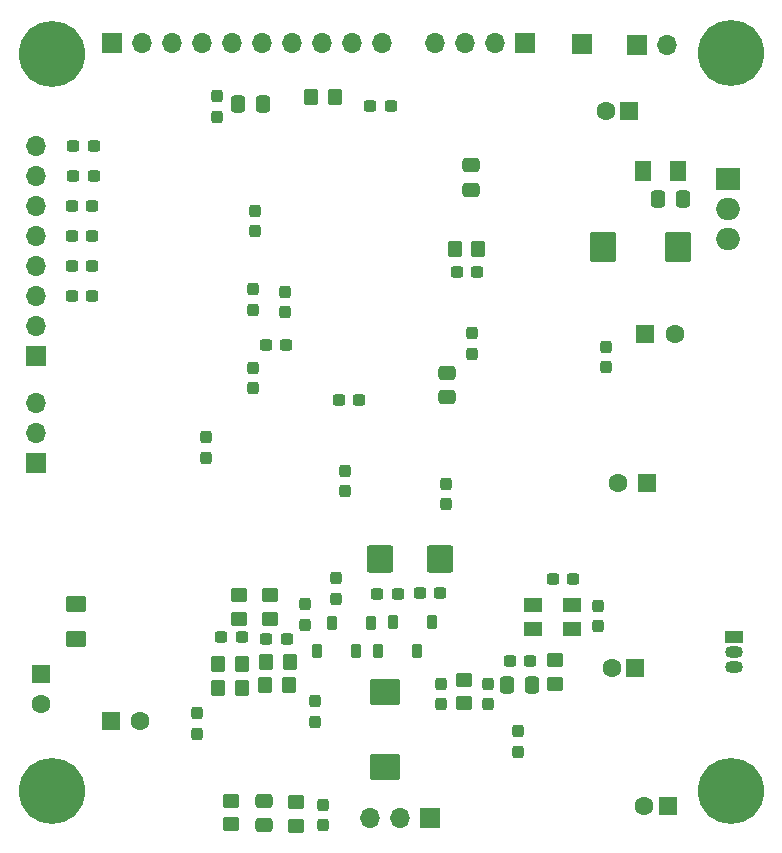
<source format=gbs>
G04 #@! TF.GenerationSoftware,KiCad,Pcbnew,7.0.2*
G04 #@! TF.CreationDate,2023-11-03T22:13:06+01:00*
G04 #@! TF.ProjectId,stm_audio_board_V2,73746d5f-6175-4646-996f-5f626f617264,rev?*
G04 #@! TF.SameCoordinates,Original*
G04 #@! TF.FileFunction,Soldermask,Bot*
G04 #@! TF.FilePolarity,Negative*
%FSLAX46Y46*%
G04 Gerber Fmt 4.6, Leading zero omitted, Abs format (unit mm)*
G04 Created by KiCad (PCBNEW 7.0.2) date 2023-11-03 22:13:06*
%MOMM*%
%LPD*%
G01*
G04 APERTURE LIST*
G04 Aperture macros list*
%AMRoundRect*
0 Rectangle with rounded corners*
0 $1 Rounding radius*
0 $2 $3 $4 $5 $6 $7 $8 $9 X,Y pos of 4 corners*
0 Add a 4 corners polygon primitive as box body*
4,1,4,$2,$3,$4,$5,$6,$7,$8,$9,$2,$3,0*
0 Add four circle primitives for the rounded corners*
1,1,$1+$1,$2,$3*
1,1,$1+$1,$4,$5*
1,1,$1+$1,$6,$7*
1,1,$1+$1,$8,$9*
0 Add four rect primitives between the rounded corners*
20,1,$1+$1,$2,$3,$4,$5,0*
20,1,$1+$1,$4,$5,$6,$7,0*
20,1,$1+$1,$6,$7,$8,$9,0*
20,1,$1+$1,$8,$9,$2,$3,0*%
G04 Aperture macros list end*
%ADD10RoundRect,0.225000X-0.225000X-0.375000X0.225000X-0.375000X0.225000X0.375000X-0.225000X0.375000X0*%
%ADD11C,5.600000*%
%ADD12R,2.000000X1.905000*%
%ADD13O,2.000000X1.905000*%
%ADD14R,1.500000X1.050000*%
%ADD15O,1.500000X1.050000*%
%ADD16R,1.700000X1.700000*%
%ADD17O,1.700000X1.700000*%
%ADD18RoundRect,0.237500X0.237500X-0.300000X0.237500X0.300000X-0.237500X0.300000X-0.237500X-0.300000X0*%
%ADD19RoundRect,0.237500X-0.237500X0.300000X-0.237500X-0.300000X0.237500X-0.300000X0.237500X0.300000X0*%
%ADD20RoundRect,0.237500X-0.300000X-0.237500X0.300000X-0.237500X0.300000X0.237500X-0.300000X0.237500X0*%
%ADD21RoundRect,0.250000X0.337500X0.475000X-0.337500X0.475000X-0.337500X-0.475000X0.337500X-0.475000X0*%
%ADD22R,1.600000X1.600000*%
%ADD23C,1.600000*%
%ADD24RoundRect,0.250000X0.350000X0.450000X-0.350000X0.450000X-0.350000X-0.450000X0.350000X-0.450000X0*%
%ADD25R,1.600000X1.300000*%
%ADD26RoundRect,0.237500X0.300000X0.237500X-0.300000X0.237500X-0.300000X-0.237500X0.300000X-0.237500X0*%
%ADD27RoundRect,0.250001X-0.462499X-0.624999X0.462499X-0.624999X0.462499X0.624999X-0.462499X0.624999X0*%
%ADD28RoundRect,0.250000X-0.450000X0.350000X-0.450000X-0.350000X0.450000X-0.350000X0.450000X0.350000X0*%
%ADD29RoundRect,0.250000X-1.025000X0.875000X-1.025000X-0.875000X1.025000X-0.875000X1.025000X0.875000X0*%
%ADD30RoundRect,0.250000X-0.350000X-0.450000X0.350000X-0.450000X0.350000X0.450000X-0.350000X0.450000X0*%
%ADD31RoundRect,0.250001X-0.624999X0.462499X-0.624999X-0.462499X0.624999X-0.462499X0.624999X0.462499X0*%
%ADD32RoundRect,0.250000X-0.475000X0.337500X-0.475000X-0.337500X0.475000X-0.337500X0.475000X0.337500X0*%
%ADD33RoundRect,0.250000X-0.875000X-0.925000X0.875000X-0.925000X0.875000X0.925000X-0.875000X0.925000X0*%
%ADD34RoundRect,0.250000X0.450000X-0.350000X0.450000X0.350000X-0.450000X0.350000X-0.450000X-0.350000X0*%
%ADD35RoundRect,0.250000X0.475000X-0.337500X0.475000X0.337500X-0.475000X0.337500X-0.475000X-0.337500X0*%
%ADD36RoundRect,0.250000X0.875000X1.025000X-0.875000X1.025000X-0.875000X-1.025000X0.875000X-1.025000X0*%
G04 APERTURE END LIST*
D10*
X214670000Y-98075000D03*
X211370000Y-98075000D03*
X219770000Y-98025000D03*
X216470000Y-98025000D03*
X210030000Y-100425000D03*
X213330000Y-100425000D03*
X215230000Y-100475000D03*
X218530000Y-100475000D03*
D11*
X245099000Y-112333000D03*
D12*
X244877000Y-60471000D03*
D13*
X244877000Y-63011000D03*
X244877000Y-65551000D03*
D14*
X245325000Y-99275000D03*
D15*
X245325000Y-100545000D03*
X245325000Y-101815000D03*
D16*
X232457000Y-49069000D03*
X192739000Y-48975000D03*
D17*
X195279000Y-48975000D03*
X197819000Y-48975000D03*
X200359000Y-48975000D03*
X202899000Y-48975000D03*
X205439000Y-48975000D03*
X207979000Y-48975000D03*
X210519000Y-48975000D03*
X213059000Y-48975000D03*
X215599000Y-48975000D03*
D11*
X187599000Y-49887000D03*
X245099000Y-49833000D03*
X187599000Y-112333000D03*
D16*
X186229000Y-84563000D03*
D17*
X186229000Y-82023000D03*
X186229000Y-79483000D03*
D16*
X186229000Y-75455000D03*
D17*
X186229000Y-72915000D03*
X186229000Y-70375000D03*
X186229000Y-67835000D03*
X186229000Y-65295000D03*
X186229000Y-62755000D03*
X186229000Y-60215000D03*
X186229000Y-57675000D03*
D16*
X237187000Y-49127000D03*
D17*
X239727000Y-49127000D03*
D16*
X227633000Y-48975000D03*
D17*
X225093000Y-48975000D03*
X222553000Y-48975000D03*
X220013000Y-48975000D03*
D16*
X219613000Y-114601000D03*
D17*
X217073000Y-114601000D03*
X214533000Y-114601000D03*
D18*
X227089000Y-108985500D03*
X227089000Y-107260500D03*
D19*
X220543000Y-103238524D03*
X220543000Y-104963524D03*
D20*
X189314500Y-67885000D03*
X191039500Y-67885000D03*
D19*
X200657000Y-82378500D03*
X200657000Y-84103500D03*
D21*
X241010500Y-62163000D03*
X238935500Y-62163000D03*
D22*
X236498241Y-54733000D03*
D23*
X234498241Y-54733000D03*
D24*
X203674999Y-103569000D03*
X201674999Y-103569000D03*
D25*
X228309000Y-96595000D03*
X231609000Y-96595000D03*
X231609000Y-98595000D03*
X228309000Y-98595000D03*
D26*
X223603500Y-68346334D03*
X221878500Y-68346334D03*
D27*
X237663500Y-59817000D03*
X240638500Y-59817000D03*
D28*
X206063664Y-95711000D03*
X206063664Y-97711000D03*
D24*
X203709665Y-101537000D03*
X201709665Y-101537000D03*
D22*
X192583000Y-106401759D03*
D23*
X195083000Y-106401759D03*
D20*
X201966500Y-99315004D03*
X203691500Y-99315004D03*
D26*
X213643500Y-79177000D03*
X211918500Y-79177000D03*
D22*
X186714241Y-102437000D03*
D23*
X186714241Y-104937000D03*
D20*
X189314500Y-70431000D03*
X191039500Y-70431000D03*
D18*
X234540000Y-76447500D03*
X234540000Y-74722500D03*
D29*
X215838976Y-103913000D03*
X215838976Y-110313000D03*
D22*
X237843000Y-73635759D03*
D23*
X240343000Y-73635759D03*
D28*
X222541000Y-102901024D03*
X222541000Y-104901024D03*
D26*
X216900000Y-95600000D03*
X215175000Y-95600000D03*
D30*
X205761661Y-101409000D03*
X207761661Y-101409000D03*
D31*
X189617000Y-96439500D03*
X189617000Y-99414500D03*
D32*
X223107400Y-59338300D03*
X223107400Y-61413300D03*
D18*
X204781000Y-64941500D03*
X204781000Y-63216500D03*
D26*
X220465500Y-95583000D03*
X218740500Y-95583000D03*
D18*
X207321000Y-71753500D03*
X207321000Y-70028500D03*
D33*
X215382000Y-92710000D03*
X220482000Y-92710000D03*
D26*
X231755500Y-94385000D03*
X230030500Y-94385000D03*
D30*
X209582000Y-53594000D03*
X211582000Y-53594000D03*
D18*
X224525000Y-104963524D03*
X224525000Y-103238524D03*
D20*
X189314500Y-65339000D03*
X191039500Y-65339000D03*
X205761163Y-99451000D03*
X207486163Y-99451000D03*
X189432500Y-60267000D03*
X191157500Y-60267000D03*
D19*
X209081000Y-96506500D03*
X209081000Y-98231500D03*
D28*
X203488998Y-95711000D03*
X203488998Y-97711000D03*
D18*
X212393400Y-86910700D03*
X212393400Y-85185700D03*
D19*
X210531999Y-113501500D03*
X210531999Y-115226500D03*
D18*
X201605000Y-55223500D03*
X201605000Y-53498500D03*
D20*
X189426500Y-57727000D03*
X191151500Y-57727000D03*
D24*
X223727000Y-66384334D03*
X221727000Y-66384334D03*
D34*
X202808996Y-115127000D03*
X202808996Y-113127000D03*
D18*
X204653000Y-78195500D03*
X204653000Y-76470500D03*
D35*
X221086400Y-78960300D03*
X221086400Y-76885300D03*
D18*
X221013000Y-88023500D03*
X221013000Y-86298500D03*
D34*
X230173000Y-103225000D03*
X230173000Y-101225000D03*
D22*
X237006241Y-101881000D03*
D23*
X235006241Y-101881000D03*
D22*
X239773000Y-113562241D03*
D23*
X237773000Y-113562241D03*
D21*
X228259500Y-103322000D03*
X226184500Y-103322000D03*
D34*
X208262996Y-115241000D03*
X208262996Y-113241000D03*
D18*
X209908330Y-106429500D03*
X209908330Y-104704500D03*
D20*
X189314500Y-62793000D03*
X191039500Y-62793000D03*
D19*
X223163000Y-73552500D03*
X223163000Y-75277500D03*
D18*
X204653000Y-71561500D03*
X204653000Y-69836500D03*
D36*
X240633000Y-66257000D03*
X234233000Y-66257000D03*
D21*
X205450100Y-54178200D03*
X203375100Y-54178200D03*
D35*
X205609004Y-115210500D03*
X205609004Y-113135500D03*
D20*
X205738500Y-74575000D03*
X207463500Y-74575000D03*
D18*
X233831000Y-98361500D03*
X233831000Y-96636500D03*
D20*
X214564476Y-54315000D03*
X216289476Y-54315000D03*
D19*
X199896996Y-105748501D03*
X199896996Y-107473501D03*
D22*
X238022241Y-86229000D03*
D23*
X235522241Y-86229000D03*
D18*
X211671000Y-96033494D03*
X211671000Y-94308494D03*
D26*
X228089500Y-101297000D03*
X226364500Y-101297000D03*
D24*
X207693000Y-103377668D03*
X205693000Y-103377668D03*
M02*

</source>
